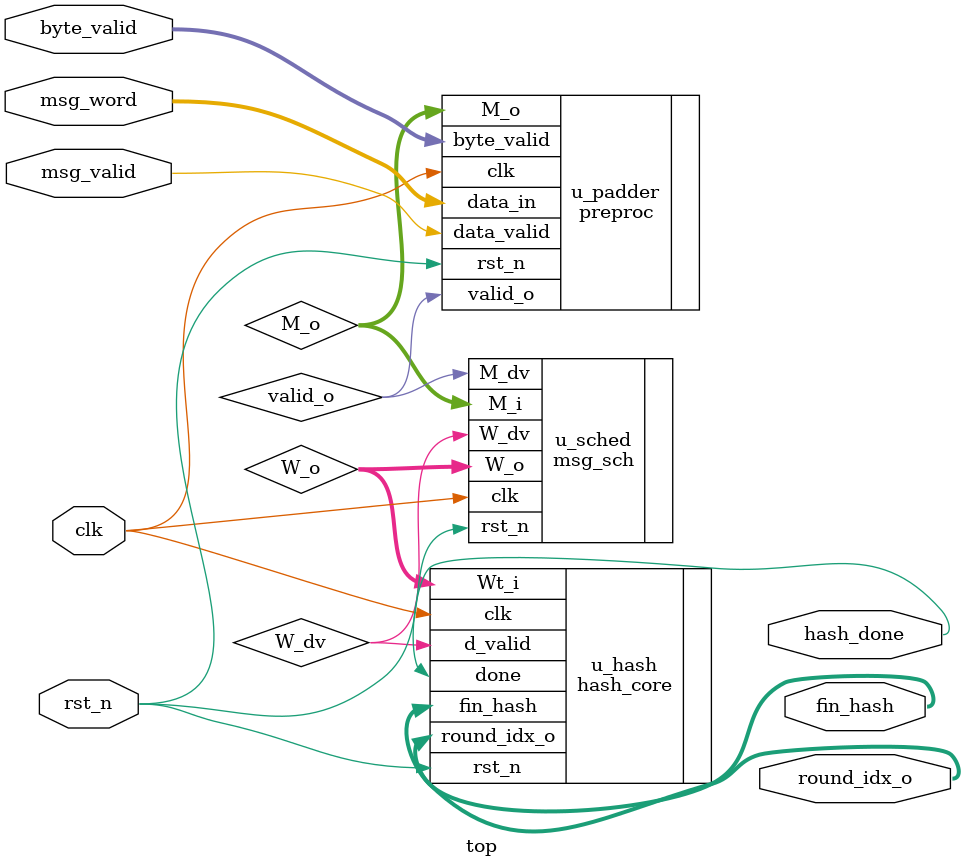
<source format=sv>


`timescale 1ns / 1ps
module top (
    input  logic        clk,
    input  logic        rst_n,

    // Message input interface (example: from UART / TB)
    input  logic        msg_valid,
    input  logic [5:0] byte_valid,
    input  logic [439:0] msg_word,

    // Final output
    output logic        hash_done,
    output logic [255:0] fin_hash,
    output logic  [6:0] round_idx_o
);

    // ------------------------------------------------------------
    // Internal signals
    // ------------------------------------------------------------

   // Preprocessor outputs
    logic        valid_o;      // Valid signal from preproc to msg_sch
    logic [31:0] M_o;          // 32-bit word from preproc to msg_sch
    
    // Message scheduler outputs  
    logic        W_dv;         // Valid signal from msg_sch to hash_core
    logic [31:0] W_o;          // 32-bit W word from msg_sch to hash_core
    
    // ------------------------------------------------------------
    // Padder & Parser
    // ------------------------------------------------------------
    preproc u_padder (
        .clk            (clk),
        .rst_n          (rst_n),
        .data_valid     (msg_valid),
        .data_in        (msg_word),
        .byte_valid     (byte_valid),
        .valid_o        (valid_o),
        .M_o            (M_o)
    );

    // ------------------------------------------------------------
    // Message Scheduler
    // ------------------------------------------------------------
    msg_sch u_sched (
        .clk        (clk),
        .rst_n      (rst_n),
        .M_dv       (valid_o),
        .M_i        (M_o),
        .W_o        (W_o),
        .W_dv       (W_dv)
    );

    // ------------------------------------------------------------
    // Hash Core (Compression Function)
    // ------------------------------------------------------------
    hash_core u_hash (
        .clk            (clk),
        .rst_n          (rst_n),
        .d_valid        (W_dv),
       // .Kt_i           (Kt_i),
        .Wt_i           (W_o),
        .fin_hash       (fin_hash),
        .done           (hash_done),
        .round_idx_o    (round_idx_o)
    );
endmodule
</source>
